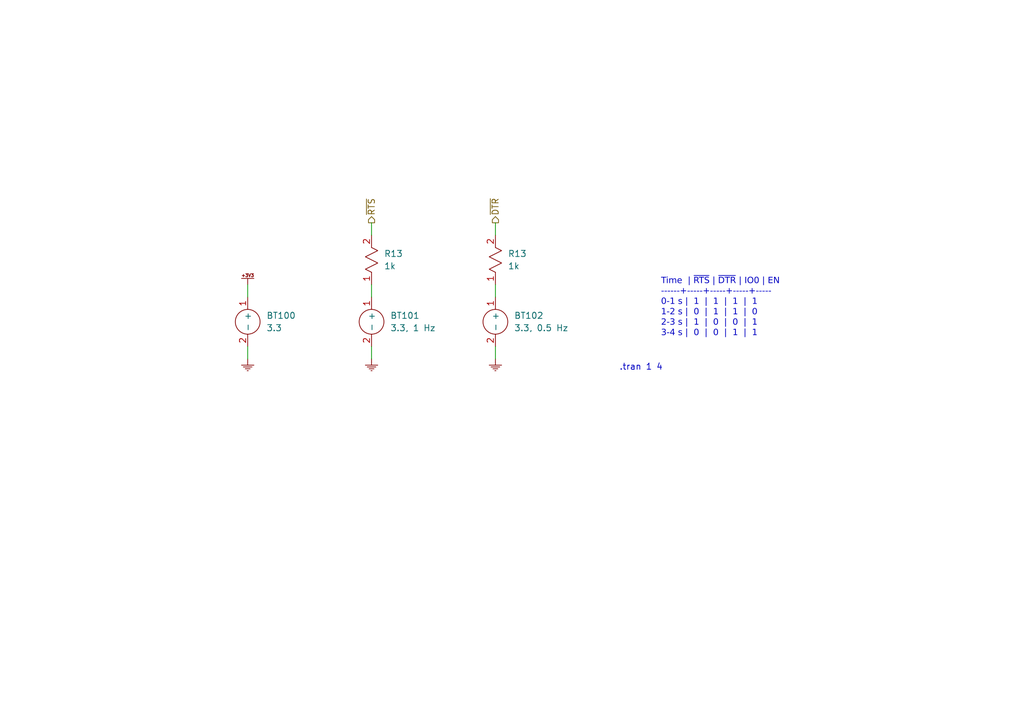
<source format=kicad_sch>
(kicad_sch (version 20230121) (generator eeschema)
  (paper "A5")
  (lib_symbols
    (symbol "zandmd:+3V3" (power) (pin_names (offset 0))
      (symbol "+3V3_0_1"
        (polyline (pts (xy -1.27 1.27) (xy 1.27 1.27)))
        (polyline (pts (xy 0 0) (xy 0 1.27)))
      )
      (symbol "+3V3_1_1"
        (text "+3V3" (at 0 1.905 0) (effects (font (size 0.635 0.635))))
        (pin power_in line (at 0 0 90) (length 0) hide (name "+3V3") (number "1"))
      )
    )
    (symbol "zandmd:GND" (power) (pin_names (offset 0))
      (symbol "GND_0_1"
        (polyline (pts (xy -1.27 -1.27) (xy 1.27 -1.27)))
        (polyline (pts (xy -0.889 -1.651) (xy 0.889 -1.651)))
        (polyline (pts (xy -0.508 -2.032) (xy 0.508 -2.032)))
        (polyline (pts (xy -0.127 -2.413) (xy 0.127 -2.413)))
        (polyline (pts (xy 0 0) (xy 0 -1.27)))
      )
      (symbol "GND_1_1"
        (pin power_in line (at 0 0 270) (length 0) hide (name "GND") (number "1"))
      )
    )
    (symbol "zandmd:RESISTOR" (pin_names (offset 0))
      (property "Reference" "R" (at 0 0 0))
      (property "Value" "R" (at 0 0 0))
      (symbol "RESISTOR_0_1"
        (polyline (pts (xy 2.54 0) (xy 3.175 1.27) (xy 4.445 -1.27) (xy 5.715 1.27) (xy 6.985 -1.27) (xy 7.62 0)))
      )
      (symbol "RESISTOR_1_1"
        (pin passive line (at 0 0 0) (length 2.54) (name "") (number "1"))
        (pin passive line (at 10.16 0 180) (length 2.54) (name "") (number "2"))
      )
    )
    (symbol "zandmd:VOLTAGE" (in_bom no) (on_board no)
      (property "Reference" "BT" (at 0 0 0))
      (property "Value" "V" (at 0 0 0))
      (symbol "VOLTAGE_0_1"
        (circle (center 0 5.08) (radius 2.54))
      )
      (symbol "VOLTAGE_1_1"
        (pin power_out line (at 0 10.16 270) (length 2.54) (name "+") (number "1"))
        (pin passive line (at 0 0 90) (length 2.54) (name "-") (number "2"))
      )
    )
  )
  (wire (pts (xy 50.8 58.42) (xy 50.8 60.96)))
  (wire (pts (xy 50.8 71.12) (xy 50.8 73.66)))
  (wire (pts (xy 101.6 45.72) (xy 101.6 48.26)))
  (wire (pts (xy 76.2 58.42) (xy 76.2 60.96)))
  (wire (pts (xy 76.2 71.12) (xy 76.2 73.66)))
  (wire (pts (xy 76.2 45.72) (xy 76.2 48.26)))
  (wire (pts (xy 101.6 71.12) (xy 101.6 73.66)))
  (wire (pts (xy 101.6 58.42) (xy 101.6 60.96)))
  (text_box "Time  | ~{RTS} | ~{DTR} | IO0 | EN\n------+-----+-----+-----+-----\n0-1 s |  1  |  1  |  1  |  1\n1-2 s |  0  |  1  |  1  |  0\n2-3 s |  1  |  0  |  0  |  1\n3-4 s |  0  |  0  |  1  |  1" (at 134.62 55.88 0) (size 35.56 15.24) (stroke (width -0.0001)) (effects (font (size 1.27 1.27)) (justify left top)))
  (text ".tran 1 4" (at 127 76.2 0) (effects (font (size 1.27 1.27)) (justify left bottom)))
  (hierarchical_label "~{RTS}" (shape output) (at 76.2 45.72 90))
  (hierarchical_label "~{DTR}" (shape output) (at 101.6 45.72 90))
  (symbol (lib_id "zandmd:RESISTOR") (at 76.2 58.42 90) (unit 1) (in_bom no) (on_board no)
    (property "Reference" "R13" (at 78.74 52.07 90) (effects (justify right)))
    (property "Value" "1k" (at 78.74 54.61 90) (effects (justify right)))
    (property "Footprint" "zandmd:PASSIVE-NPOL-0805" (effects hide))
    (property "Sim.Device" "R" (effects hide))
    (property "Sim.Pins" "1=+ 2=-" (effects hide))
    (instances (project "programmer" (path "" (reference "R13") (unit 1)) (path "" (reference "R102") (unit 1))))
  )
  (symbol (lib_id "zandmd:VOLTAGE") (at 76.2 71.12 0) (unit 1) (in_bom no) (on_board no)
    (property "Reference" "BT101" (at 80.01 64.77 0) (effects (justify left)))
    (property "Value" "3.3, 1 Hz" (at 80.01 67.31 0) (effects (justify left)))
    (property "Sim.Device" "V" (effects hide))
    (property "Sim.Type" "PULSE" (effects hide))
    (property "Sim.Pins" "1=+ 2=-" (effects hide))
    (property "Sim.Params" "y1=0 y2=3.3 td=0 tr=1m tf=1m tw=1 per=2" (effects hide))
  )
  (symbol (lib_id "zandmd:VOLTAGE") (at 50.8 71.12 0) (unit 1) (in_bom no) (on_board no)
    (property "Reference" "BT100" (at 54.61 64.77 0) (effects (justify left)))
    (property "Value" "3.3" (at 54.61 67.31 0) (effects (justify left)))
    (property "Sim.Device" "V" (effects hide))
    (property "Sim.Type" "DC" (effects hide))
    (property "Sim.Pins" "1=+ 2=-" (effects hide))
  )
  (symbol (lib_id "zandmd:GND") (at 50.8 73.66 0) (unit 1)
    (property "Reference" "#PWR034" (effects hide))
    (property "Value" "GND" (effects hide))
  )
  (symbol (lib_id "zandmd:GND") (at 101.6 73.66 0) (unit 1)
    (property "Reference" "#PWR036" (effects hide))
    (property "Value" "GND" (effects hide))
  )
  (symbol (lib_id "zandmd:VOLTAGE") (at 101.6 71.12 0) (unit 1) (in_bom no) (on_board no)
    (property "Reference" "BT102" (at 105.41 64.77 0) (effects (justify left)))
    (property "Value" "3.3, 0.5 Hz" (at 105.41 67.31 0) (effects (justify left)))
    (property "Sim.Device" "V" (effects hide))
    (property "Sim.Type" "PULSE" (effects hide))
    (property "Sim.Pins" "1=+ 2=-" (effects hide))
    (property "Sim.Params" "y1=0 y2=3.3 td=0 tr=1m tf=1m tw=2 per=4" (effects hide))
  )
  (symbol (lib_id "zandmd:RESISTOR") (at 101.6 58.42 90) (unit 1) (in_bom no) (on_board no)
    (property "Reference" "R13" (at 104.14 52.07 90) (effects (justify right)))
    (property "Value" "1k" (at 104.14 54.61 90) (effects (justify right)))
    (property "Footprint" "zandmd:PASSIVE-NPOL-0805" (effects hide))
    (property "Sim.Device" "R" (effects hide))
    (property "Sim.Pins" "1=+ 2=-" (effects hide))
    (instances (project "programmer" (path "" (reference "R13") (unit 1)) (path "" (reference "R103") (unit 1))))
  )
  (symbol (lib_id "zandmd:+3V3") (at 50.8 58.42 0) (unit 1)
    (property "Reference" "#PWR035" (effects hide))
    (property "Value" "+3V3" (effects hide))
  )
  (symbol (lib_id "zandmd:GND") (at 76.2 73.66 0) (unit 1)
    (property "Reference" "#PWR037" (effects hide))
    (property "Value" "GND" (effects hide))
  )
)
</source>
